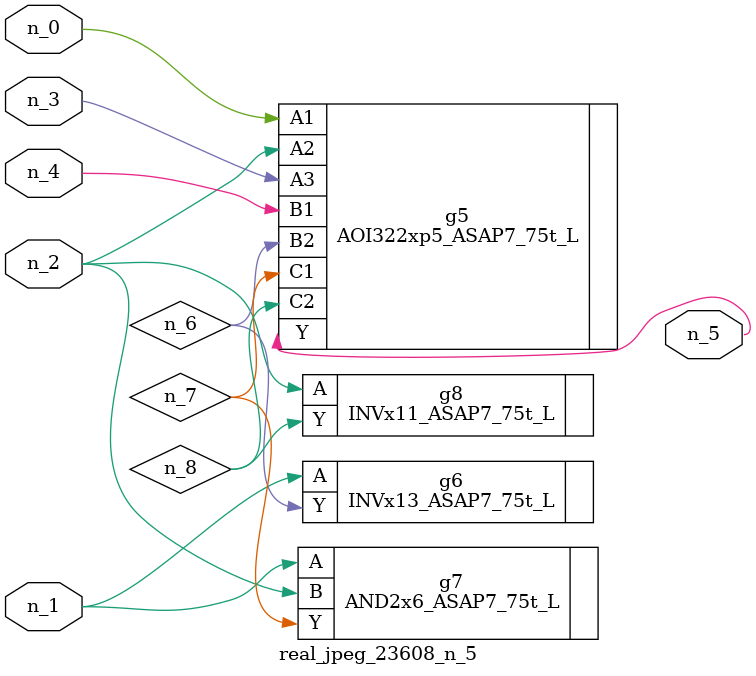
<source format=v>
module real_jpeg_23608_n_5 (n_4, n_0, n_1, n_2, n_3, n_5);

input n_4;
input n_0;
input n_1;
input n_2;
input n_3;

output n_5;

wire n_8;
wire n_6;
wire n_7;

AOI322xp5_ASAP7_75t_L g5 ( 
.A1(n_0),
.A2(n_2),
.A3(n_3),
.B1(n_4),
.B2(n_6),
.C1(n_7),
.C2(n_8),
.Y(n_5)
);

INVx13_ASAP7_75t_L g6 ( 
.A(n_1),
.Y(n_6)
);

AND2x6_ASAP7_75t_L g7 ( 
.A(n_1),
.B(n_2),
.Y(n_7)
);

INVx11_ASAP7_75t_L g8 ( 
.A(n_2),
.Y(n_8)
);


endmodule
</source>
